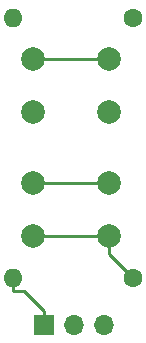
<source format=gbr>
%TF.GenerationSoftware,KiCad,Pcbnew,(5.1.6)-1*%
%TF.CreationDate,2020-12-18T19:23:39+01:00*%
%TF.ProjectId,rc-emitter_tft_trim_board,72632d65-6d69-4747-9465-725f7466745f,rev?*%
%TF.SameCoordinates,Original*%
%TF.FileFunction,Copper,L2,Bot*%
%TF.FilePolarity,Positive*%
%FSLAX46Y46*%
G04 Gerber Fmt 4.6, Leading zero omitted, Abs format (unit mm)*
G04 Created by KiCad (PCBNEW (5.1.6)-1) date 2020-12-18 19:23:39*
%MOMM*%
%LPD*%
G01*
G04 APERTURE LIST*
%TA.AperFunction,ComponentPad*%
%ADD10C,2.000000*%
%TD*%
%TA.AperFunction,ComponentPad*%
%ADD11O,1.600000X1.600000*%
%TD*%
%TA.AperFunction,ComponentPad*%
%ADD12C,1.600000*%
%TD*%
%TA.AperFunction,ComponentPad*%
%ADD13O,1.700000X1.700000*%
%TD*%
%TA.AperFunction,ComponentPad*%
%ADD14R,1.700000X1.700000*%
%TD*%
%TA.AperFunction,Conductor*%
%ADD15C,0.250000*%
%TD*%
G04 APERTURE END LIST*
D10*
%TO.P,SW2,1*%
%TO.N,Net-(J2-Pad3)*%
X159000000Y-89000000D03*
%TO.P,SW2,2*%
%TO.N,Net-(R1-Pad2)*%
X159000000Y-93500000D03*
%TO.P,SW2,1*%
%TO.N,Net-(J2-Pad3)*%
X152500000Y-89000000D03*
%TO.P,SW2,2*%
%TO.N,Net-(R1-Pad2)*%
X152500000Y-93500000D03*
%TD*%
%TO.P,SW1,1*%
%TO.N,Net-(J2-Pad3)*%
X159000000Y-78500000D03*
%TO.P,SW1,2*%
%TO.N,Net-(J2-Pad2)*%
X159000000Y-83000000D03*
%TO.P,SW1,1*%
%TO.N,Net-(J2-Pad3)*%
X152500000Y-78500000D03*
%TO.P,SW1,2*%
%TO.N,Net-(J2-Pad2)*%
X152500000Y-83000000D03*
%TD*%
D11*
%TO.P,R2,2*%
%TO.N,Net-(J2-Pad1)*%
X150840000Y-97000000D03*
D12*
%TO.P,R2,1*%
%TO.N,Net-(R1-Pad2)*%
X161000000Y-97000000D03*
%TD*%
D11*
%TO.P,R1,2*%
%TO.N,Net-(R1-Pad2)*%
X150840000Y-75000000D03*
D12*
%TO.P,R1,1*%
%TO.N,Net-(J2-Pad2)*%
X161000000Y-75000000D03*
%TD*%
D13*
%TO.P,J2,3*%
%TO.N,Net-(J2-Pad3)*%
X158540000Y-101000000D03*
%TO.P,J2,2*%
%TO.N,Net-(J2-Pad2)*%
X156000000Y-101000000D03*
D14*
%TO.P,J2,1*%
%TO.N,Net-(J2-Pad1)*%
X153460000Y-101000000D03*
%TD*%
D15*
%TO.N,Net-(J2-Pad3)*%
X152500000Y-78500000D02*
X159000000Y-78500000D01*
X152500000Y-89000000D02*
X159000000Y-89000000D01*
%TO.N,Net-(J2-Pad1)*%
X150840000Y-97000000D02*
X150840000Y-98125300D01*
X153460000Y-101000000D02*
X153460000Y-99824700D01*
X153460000Y-99824700D02*
X151761000Y-98125300D01*
X151761000Y-98125300D02*
X150840000Y-98125300D01*
%TO.N,Net-(R1-Pad2)*%
X161000000Y-97000000D02*
X159000000Y-95000000D01*
X159000000Y-95000000D02*
X159000000Y-93500000D01*
X152500000Y-93500000D02*
X159000000Y-93500000D01*
%TD*%
M02*

</source>
